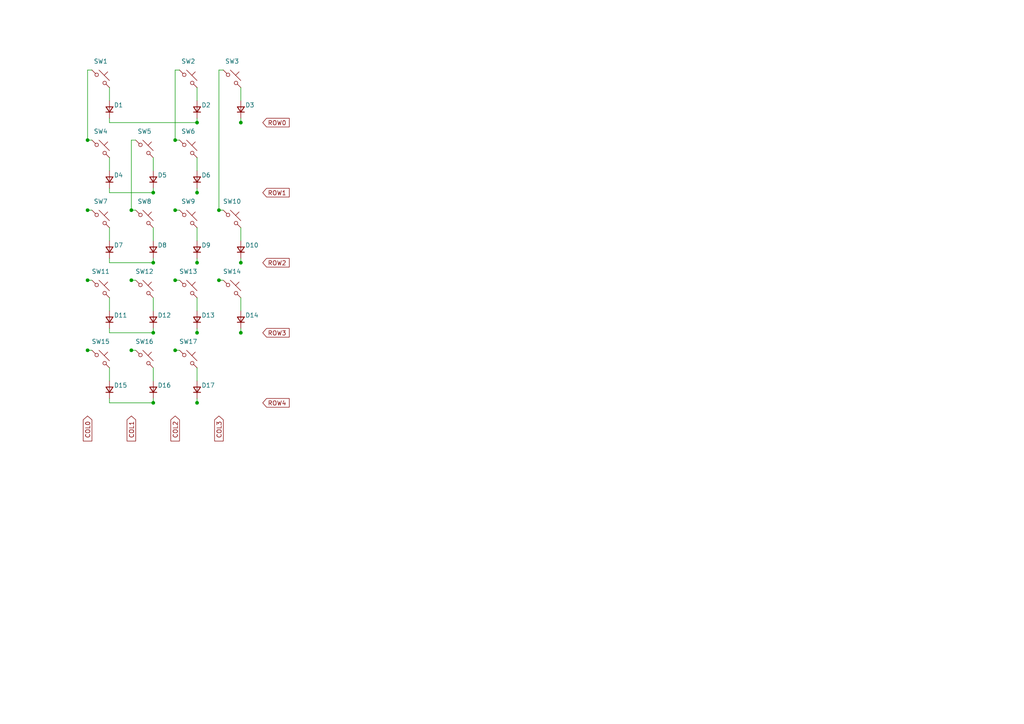
<source format=kicad_sch>
(kicad_sch (version 20230121) (generator eeschema)
  (paper "A4")
  (lib_symbols
    (symbol "Device:D_Small" (pin_numbers hide) (pin_names (offset 0.254) hide)
      (property "Reference" "D" (at -1.27 2.032 0))
      (property "Value" "D_Small" (at -3.81 -2.032 0))
      (symbol "D_Small_0_1"
        (polyline (pts (xy -0.762 -1.016) (xy -0.762 1.016)) (stroke (width 0.254)))
        (polyline (pts (xy -0.762 0) (xy 0.762 0)))
        (polyline (pts (xy 0.762 -1.016) (xy -0.762 0) (xy 0.762 1.016) (xy 0.762 -1.016)) (stroke (width 0.254)))
      )
      (symbol "D_Small_1_1"
        (pin passive line (at -2.54 0 0) (length 1.778) (name "K") (number "1"))
        (pin passive line (at 2.54 0 180) (length 1.778) (name "A") (number "2"))
      )
    )
    (symbol "Switch:SW_Push_45deg" (pin_numbers hide) (pin_names (offset 1.016) hide)
      (property "Reference" "SW" (at 3.048 1.016 0))
      (property "Value" "SW_Push_45deg" (at 0 -3.81 0))
      (symbol "SW_Push_45deg_0_1"
        (circle (center -1.1684 1.1684) (radius 0.508))
        (polyline (pts (xy -0.508 2.54) (xy 2.54 -0.508)))
        (polyline (pts (xy 1.016 1.016) (xy 2.032 2.032)))
        (polyline (pts (xy -2.54 2.54) (xy -1.524 1.524) (xy -1.524 1.524)))
        (polyline (pts (xy 1.524 -1.524) (xy 2.54 -2.54) (xy 2.54 -2.54) (xy 2.54 -2.54)))
        (circle (center 1.143 -1.1938) (radius 0.508))
        (pin passive line (at -2.54 2.54 0) (length 0) (name "1") (number "1"))
        (pin passive line (at 2.54 -2.54 180) (length 0) (name "2") (number "2"))
      )
    )
  )
  (symbol (lib_id "Switch:SW_Push_45deg") (at 29.21 22.86 0) (unit 1)
    (property "Reference" "SW1" (at 29.21 17.78 0))
    (property "Value" "SW_Push" (effects hide))
  )
  (wire (pts (xy 26.67 20.32) (xy 25.4 20.32)))
  (wire (pts (xy 25.4 20.32) (xy 25.4 120.65)))
  (global_label "COL0" (shape input) (at 25.4 120.65 270) (property "Intersheetrefs" "${INTERSHEET_REFS}" (effects hide)))
  (symbol (lib_id "Device:D_Small") (at 31.75 31.75 90) (unit 1)
    (property "Reference" "D1" (at 33.02 30.48 90) (effects (justify right)))
    (property "Value" "D" (effects hide))
    (property "Sim.Device" "D" (effects hide))
    (property "Sim.Pins" "1=K 2=A" (effects hide))
  )
  (wire (pts (xy 31.75 25.4) (xy 31.75 29.21)))
  (wire (pts (xy 31.75 34.29) (xy 31.75 35.56)))
  (wire (pts (xy 31.75 35.56) (xy 76.2 35.56)))
  (global_label "ROW0" (shape input) (at 76.2 35.56 0) (property "Intersheetrefs" "${INTERSHEET_REFS}" (effects hide)))
  (symbol (lib_id "Switch:SW_Push_45deg") (at 54.61 22.86 0) (unit 1)
    (property "Reference" "SW2" (at 54.61 17.78 0))
    (property "Value" "SW_Push" (effects hide))
  )
  (wire (pts (xy 52.07 20.32) (xy 50.8 20.32)))
  (wire (pts (xy 50.8 20.32) (xy 50.8 120.65)))
  (global_label "COL2" (shape input) (at 50.8 120.65 270) (property "Intersheetrefs" "${INTERSHEET_REFS}" (effects hide)))
  (symbol (lib_id "Device:D_Small") (at 57.15 31.75 90) (unit 1)
    (property "Reference" "D2" (at 58.42 30.48 90) (effects (justify right)))
    (property "Value" "D" (effects hide))
    (property "Sim.Device" "D" (effects hide))
    (property "Sim.Pins" "1=K 2=A" (effects hide))
  )
  (wire (pts (xy 57.15 25.4) (xy 57.15 29.21)))
  (wire (pts (xy 57.15 34.29) (xy 57.15 35.56)))
  (junction (at 57.15 35.56))
  (symbol (lib_id "Switch:SW_Push_45deg") (at 67.31 22.86 0) (unit 1)
    (property "Reference" "SW3" (at 67.31 17.78 0))
    (property "Value" "SW_Push" (effects hide))
  )
  (wire (pts (xy 64.77 20.32) (xy 63.5 20.32)))
  (wire (pts (xy 63.5 20.32) (xy 63.5 120.65)))
  (global_label "COL3" (shape input) (at 63.5 120.65 270) (property "Intersheetrefs" "${INTERSHEET_REFS}" (effects hide)))
  (symbol (lib_id "Device:D_Small") (at 69.85 31.75 90) (unit 1)
    (property "Reference" "D3" (at 71.12 30.48 90) (effects (justify right)))
    (property "Value" "D" (effects hide))
    (property "Sim.Device" "D" (effects hide))
    (property "Sim.Pins" "1=K 2=A" (effects hide))
  )
  (wire (pts (xy 69.85 25.4) (xy 69.85 29.21)))
  (wire (pts (xy 69.85 34.29) (xy 69.85 35.56)))
  (junction (at 69.85 35.56))
  (symbol (lib_id "Switch:SW_Push_45deg") (at 29.21 43.18 0) (unit 1)
    (property "Reference" "SW4" (at 29.21 38.1 0))
    (property "Value" "SW_Push" (effects hide))
  )
  (wire (pts (xy 26.67 40.64) (xy 25.4 40.64)))
  (junction (at 25.4 40.64))
  (symbol (lib_id "Device:D_Small") (at 31.75 52.07 90) (unit 1)
    (property "Reference" "D4" (at 33.02 50.8 90) (effects (justify right)))
    (property "Value" "D" (effects hide))
    (property "Sim.Device" "D" (effects hide))
    (property "Sim.Pins" "1=K 2=A" (effects hide))
  )
  (wire (pts (xy 31.75 45.72) (xy 31.75 49.53)))
  (wire (pts (xy 31.75 54.61) (xy 31.75 55.88)))
  (wire (pts (xy 31.75 55.88) (xy 76.2 55.88)))
  (global_label "ROW1" (shape input) (at 76.2 55.88 0) (property "Intersheetrefs" "${INTERSHEET_REFS}" (effects hide)))
  (symbol (lib_id "Switch:SW_Push_45deg") (at 41.91 43.18 0) (unit 1)
    (property "Reference" "SW5" (at 41.91 38.1 0))
    (property "Value" "SW_Push" (effects hide))
  )
  (wire (pts (xy 39.37 40.64) (xy 38.1 40.64)))
  (wire (pts (xy 38.1 40.64) (xy 38.1 120.65)))
  (global_label "COL1" (shape input) (at 38.1 120.65 270) (property "Intersheetrefs" "${INTERSHEET_REFS}" (effects hide)))
  (symbol (lib_id "Device:D_Small") (at 44.45 52.07 90) (unit 1)
    (property "Reference" "D5" (at 45.72 50.8 90) (effects (justify right)))
    (property "Value" "D" (effects hide))
    (property "Sim.Device" "D" (effects hide))
    (property "Sim.Pins" "1=K 2=A" (effects hide))
  )
  (wire (pts (xy 44.45 45.72) (xy 44.45 49.53)))
  (wire (pts (xy 44.45 54.61) (xy 44.45 55.88)))
  (junction (at 44.45 55.88))
  (symbol (lib_id "Switch:SW_Push_45deg") (at 54.61 43.18 0) (unit 1)
    (property "Reference" "SW6" (at 54.61 38.1 0))
    (property "Value" "SW_Push" (effects hide))
  )
  (wire (pts (xy 52.07 40.64) (xy 50.8 40.64)))
  (junction (at 50.8 40.64))
  (symbol (lib_id "Device:D_Small") (at 57.15 52.07 90) (unit 1)
    (property "Reference" "D6" (at 58.42 50.8 90) (effects (justify right)))
    (property "Value" "D" (effects hide))
    (property "Sim.Device" "D" (effects hide))
    (property "Sim.Pins" "1=K 2=A" (effects hide))
  )
  (wire (pts (xy 57.15 45.72) (xy 57.15 49.53)))
  (wire (pts (xy 57.15 54.61) (xy 57.15 55.88)))
  (junction (at 57.15 55.88))
  (symbol (lib_id "Switch:SW_Push_45deg") (at 29.21 63.5 0) (unit 1)
    (property "Reference" "SW7" (at 29.21 58.42 0))
    (property "Value" "SW_Push" (effects hide))
  )
  (wire (pts (xy 26.67 60.96) (xy 25.4 60.96)))
  (junction (at 25.4 60.96))
  (symbol (lib_id "Device:D_Small") (at 31.75 72.39 90) (unit 1)
    (property "Reference" "D7" (at 33.02 71.12 90) (effects (justify right)))
    (property "Value" "D" (effects hide))
    (property "Sim.Device" "D" (effects hide))
    (property "Sim.Pins" "1=K 2=A" (effects hide))
  )
  (wire (pts (xy 31.75 66.04) (xy 31.75 69.85)))
  (wire (pts (xy 31.75 74.93) (xy 31.75 76.2)))
  (wire (pts (xy 31.75 76.2) (xy 76.2 76.2)))
  (global_label "ROW2" (shape input) (at 76.2 76.2 0) (property "Intersheetrefs" "${INTERSHEET_REFS}" (effects hide)))
  (symbol (lib_id "Switch:SW_Push_45deg") (at 41.91 63.5 0) (unit 1)
    (property "Reference" "SW8" (at 41.91 58.42 0))
    (property "Value" "SW_Push" (effects hide))
  )
  (wire (pts (xy 39.37 60.96) (xy 38.1 60.96)))
  (junction (at 38.1 60.96))
  (symbol (lib_id "Device:D_Small") (at 44.45 72.39 90) (unit 1)
    (property "Reference" "D8" (at 45.72 71.12 90) (effects (justify right)))
    (property "Value" "D" (effects hide))
    (property "Sim.Device" "D" (effects hide))
    (property "Sim.Pins" "1=K 2=A" (effects hide))
  )
  (wire (pts (xy 44.45 66.04) (xy 44.45 69.85)))
  (wire (pts (xy 44.45 74.93) (xy 44.45 76.2)))
  (junction (at 44.45 76.2))
  (symbol (lib_id "Switch:SW_Push_45deg") (at 54.61 63.5 0) (unit 1)
    (property "Reference" "SW9" (at 54.61 58.42 0))
    (property "Value" "SW_Push" (effects hide))
  )
  (wire (pts (xy 52.07 60.96) (xy 50.8 60.96)))
  (junction (at 50.8 60.96))
  (symbol (lib_id "Device:D_Small") (at 57.15 72.39 90) (unit 1)
    (property "Reference" "D9" (at 58.42 71.12 90) (effects (justify right)))
    (property "Value" "D" (effects hide))
    (property "Sim.Device" "D" (effects hide))
    (property "Sim.Pins" "1=K 2=A" (effects hide))
  )
  (wire (pts (xy 57.15 66.04) (xy 57.15 69.85)))
  (wire (pts (xy 57.15 74.93) (xy 57.15 76.2)))
  (junction (at 57.15 76.2))
  (symbol (lib_id "Switch:SW_Push_45deg") (at 67.31 63.5 0) (unit 1)
    (property "Reference" "SW10" (at 67.31 58.42 0))
    (property "Value" "SW_Push" (effects hide))
  )
  (wire (pts (xy 64.77 60.96) (xy 63.5 60.96)))
  (junction (at 63.5 60.96))
  (symbol (lib_id "Device:D_Small") (at 69.85 72.39 90) (unit 1)
    (property "Reference" "D10" (at 71.12 71.12 90) (effects (justify right)))
    (property "Value" "D" (effects hide))
    (property "Sim.Device" "D" (effects hide))
    (property "Sim.Pins" "1=K 2=A" (effects hide))
  )
  (wire (pts (xy 69.85 66.04) (xy 69.85 69.85)))
  (wire (pts (xy 69.85 74.93) (xy 69.85 76.2)))
  (junction (at 69.85 76.2))
  (symbol (lib_id "Switch:SW_Push_45deg") (at 29.21 83.82 0) (unit 1)
    (property "Reference" "SW11" (at 29.21 78.74 0))
    (property "Value" "SW_Push" (effects hide))
  )
  (wire (pts (xy 26.67 81.28) (xy 25.4 81.28)))
  (junction (at 25.4 81.28))
  (symbol (lib_id "Device:D_Small") (at 31.75 92.71 90) (unit 1)
    (property "Reference" "D11" (at 33.02 91.44 90) (effects (justify right)))
    (property "Value" "D" (effects hide))
    (property "Sim.Device" "D" (effects hide))
    (property "Sim.Pins" "1=K 2=A" (effects hide))
  )
  (wire (pts (xy 31.75 86.36) (xy 31.75 90.17)))
  (wire (pts (xy 31.75 95.25) (xy 31.75 96.52)))
  (wire (pts (xy 31.75 96.52) (xy 76.2 96.52)))
  (global_label "ROW3" (shape input) (at 76.2 96.52 0) (property "Intersheetrefs" "${INTERSHEET_REFS}" (effects hide)))
  (symbol (lib_id "Switch:SW_Push_45deg") (at 41.91 83.82 0) (unit 1)
    (property "Reference" "SW12" (at 41.91 78.74 0))
    (property "Value" "SW_Push" (effects hide))
  )
  (wire (pts (xy 39.37 81.28) (xy 38.1 81.28)))
  (junction (at 38.1 81.28))
  (symbol (lib_id "Device:D_Small") (at 44.45 92.71 90) (unit 1)
    (property "Reference" "D12" (at 45.72 91.44 90) (effects (justify right)))
    (property "Value" "D" (effects hide))
    (property "Sim.Device" "D" (effects hide))
    (property "Sim.Pins" "1=K 2=A" (effects hide))
  )
  (wire (pts (xy 44.45 86.36) (xy 44.45 90.17)))
  (wire (pts (xy 44.45 95.25) (xy 44.45 96.52)))
  (junction (at 44.45 96.52))
  (symbol (lib_id "Switch:SW_Push_45deg") (at 54.61 83.82 0) (unit 1)
    (property "Reference" "SW13" (at 54.61 78.74 0))
    (property "Value" "SW_Push" (effects hide))
  )
  (wire (pts (xy 52.07 81.28) (xy 50.8 81.28)))
  (junction (at 50.8 81.28))
  (symbol (lib_id "Device:D_Small") (at 57.15 92.71 90) (unit 1)
    (property "Reference" "D13" (at 58.42 91.44 90) (effects (justify right)))
    (property "Value" "D" (effects hide))
    (property "Sim.Device" "D" (effects hide))
    (property "Sim.Pins" "1=K 2=A" (effects hide))
  )
  (wire (pts (xy 57.15 86.36) (xy 57.15 90.17)))
  (wire (pts (xy 57.15 95.25) (xy 57.15 96.52)))
  (junction (at 57.15 96.52))
  (symbol (lib_id "Switch:SW_Push_45deg") (at 67.31 83.82 0) (unit 1)
    (property "Reference" "SW14" (at 67.31 78.74 0))
    (property "Value" "SW_Push" (effects hide))
  )
  (wire (pts (xy 64.77 81.28) (xy 63.5 81.28)))
  (junction (at 63.5 81.28))
  (symbol (lib_id "Device:D_Small") (at 69.85 92.71 90) (unit 1)
    (property "Reference" "D14" (at 71.12 91.44 90) (effects (justify right)))
    (property "Value" "D" (effects hide))
    (property "Sim.Device" "D" (effects hide))
    (property "Sim.Pins" "1=K 2=A" (effects hide))
  )
  (wire (pts (xy 69.85 86.36) (xy 69.85 90.17)))
  (wire (pts (xy 69.85 95.25) (xy 69.85 96.52)))
  (junction (at 69.85 96.52))
  (symbol (lib_id "Switch:SW_Push_45deg") (at 29.21 104.14 0) (unit 1)
    (property "Reference" "SW15" (at 29.21 99.06 0))
    (property "Value" "SW_Push" (effects hide))
  )
  (wire (pts (xy 26.67 101.6) (xy 25.4 101.6)))
  (junction (at 25.4 101.6))
  (symbol (lib_id "Device:D_Small") (at 31.75 113.03 90) (unit 1)
    (property "Reference" "D15" (at 33.02 111.76 90) (effects (justify right)))
    (property "Value" "D" (effects hide))
    (property "Sim.Device" "D" (effects hide))
    (property "Sim.Pins" "1=K 2=A" (effects hide))
  )
  (wire (pts (xy 31.75 106.68) (xy 31.75 110.49)))
  (wire (pts (xy 31.75 115.57) (xy 31.75 116.84)))
  (wire (pts (xy 31.75 116.84) (xy 76.2 116.84)))
  (global_label "ROW4" (shape input) (at 76.2 116.84 0) (property "Intersheetrefs" "${INTERSHEET_REFS}" (effects hide)))
  (symbol (lib_id "Switch:SW_Push_45deg") (at 41.91 104.14 0) (unit 1)
    (property "Reference" "SW16" (at 41.91 99.06 0))
    (property "Value" "SW_Push" (effects hide))
  )
  (wire (pts (xy 39.37 101.6) (xy 38.1 101.6)))
  (junction (at 38.1 101.6))
  (symbol (lib_id "Device:D_Small") (at 44.45 113.03 90) (unit 1)
    (property "Reference" "D16" (at 45.72 111.76 90) (effects (justify right)))
    (property "Value" "D" (effects hide))
    (property "Sim.Device" "D" (effects hide))
    (property "Sim.Pins" "1=K 2=A" (effects hide))
  )
  (wire (pts (xy 44.45 106.68) (xy 44.45 110.49)))
  (wire (pts (xy 44.45 115.57) (xy 44.45 116.84)))
  (junction (at 44.45 116.84))
  (symbol (lib_id "Switch:SW_Push_45deg") (at 54.61 104.14 0) (unit 1)
    (property "Reference" "SW17" (at 54.61 99.06 0))
    (property "Value" "SW_Push" (effects hide))
  )
  (wire (pts (xy 52.07 101.6) (xy 50.8 101.6)))
  (junction (at 50.8 101.6))
  (symbol (lib_id "Device:D_Small") (at 57.15 113.03 90) (unit 1)
    (property "Reference" "D17" (at 58.42 111.76 90) (effects (justify right)))
    (property "Value" "D" (effects hide))
    (property "Sim.Device" "D" (effects hide))
    (property "Sim.Pins" "1=K 2=A" (effects hide))
  )
  (wire (pts (xy 57.15 106.68) (xy 57.15 110.49)))
  (wire (pts (xy 57.15 115.57) (xy 57.15 116.84)))
  (junction (at 57.15 116.84))
)
</source>
